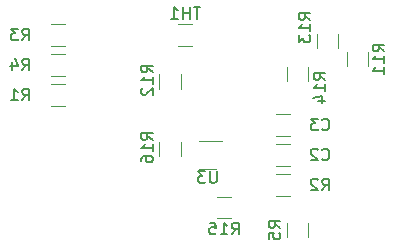
<source format=gbr>
G04 #@! TF.GenerationSoftware,KiCad,Pcbnew,(5.1.5)-3*
G04 #@! TF.CreationDate,2020-03-14T15:22:24+01:00*
G04 #@! TF.ProjectId,SesnorBoard,5365736e-6f72-4426-9f61-72642e6b6963,rev?*
G04 #@! TF.SameCoordinates,Original*
G04 #@! TF.FileFunction,Legend,Bot*
G04 #@! TF.FilePolarity,Positive*
%FSLAX46Y46*%
G04 Gerber Fmt 4.6, Leading zero omitted, Abs format (unit mm)*
G04 Created by KiCad (PCBNEW (5.1.5)-3) date 2020-03-14 15:22:24*
%MOMM*%
%LPD*%
G04 APERTURE LIST*
%ADD10C,0.120000*%
%ADD11C,0.150000*%
G04 APERTURE END LIST*
D10*
X72357064Y299445000D02*
X71152936Y299445000D01*
X72357064Y301265000D02*
X71152936Y301265000D01*
X71152936Y298725000D02*
X72357064Y298725000D01*
X71152936Y296905000D02*
X72357064Y296905000D01*
X61320000Y297717936D02*
X61320000Y298922064D01*
X63140000Y297717936D02*
X63140000Y298922064D01*
X72357064Y294365000D02*
X71152936Y294365000D01*
X72357064Y296185000D02*
X71152936Y296185000D01*
X66202936Y294280000D02*
X67407064Y294280000D01*
X66202936Y292460000D02*
X67407064Y292460000D01*
X72115000Y304067936D02*
X72115000Y305272064D01*
X73935000Y304067936D02*
X73935000Y305272064D01*
X74655000Y306867936D02*
X74655000Y308072064D01*
X76475000Y306867936D02*
X76475000Y308072064D01*
X63140000Y304637064D02*
X63140000Y303432936D01*
X61320000Y304637064D02*
X61320000Y303432936D01*
X77195000Y305337936D02*
X77195000Y306542064D01*
X79015000Y305337936D02*
X79015000Y306542064D01*
X73935000Y292067064D02*
X73935000Y290862936D01*
X72115000Y292067064D02*
X72115000Y290862936D01*
X53307064Y301985000D02*
X52102936Y301985000D01*
X53307064Y303805000D02*
X52102936Y303805000D01*
X66105000Y296655000D02*
X64705000Y296655000D01*
X64705000Y298975000D02*
X66605000Y298975000D01*
X53307064Y307065000D02*
X52102936Y307065000D01*
X53307064Y308885000D02*
X52102936Y308885000D01*
X53307064Y306345000D02*
X52102936Y306345000D01*
X53307064Y304525000D02*
X52102936Y304525000D01*
X64102064Y308885000D02*
X62897936Y308885000D01*
X64102064Y307065000D02*
X62897936Y307065000D01*
D11*
X75096666Y299997857D02*
X75144285Y299950238D01*
X75287142Y299902619D01*
X75382380Y299902619D01*
X75525238Y299950238D01*
X75620476Y300045476D01*
X75668095Y300140714D01*
X75715714Y300331190D01*
X75715714Y300474047D01*
X75668095Y300664523D01*
X75620476Y300759761D01*
X75525238Y300855000D01*
X75382380Y300902619D01*
X75287142Y300902619D01*
X75144285Y300855000D01*
X75096666Y300807380D01*
X74763333Y300902619D02*
X74144285Y300902619D01*
X74477619Y300521666D01*
X74334761Y300521666D01*
X74239523Y300474047D01*
X74191904Y300426428D01*
X74144285Y300331190D01*
X74144285Y300093095D01*
X74191904Y299997857D01*
X74239523Y299950238D01*
X74334761Y299902619D01*
X74620476Y299902619D01*
X74715714Y299950238D01*
X74763333Y299997857D01*
X75096666Y294822619D02*
X75430000Y295298809D01*
X75668095Y294822619D02*
X75668095Y295822619D01*
X75287142Y295822619D01*
X75191904Y295775000D01*
X75144285Y295727380D01*
X75096666Y295632142D01*
X75096666Y295489285D01*
X75144285Y295394047D01*
X75191904Y295346428D01*
X75287142Y295298809D01*
X75668095Y295298809D01*
X74715714Y295727380D02*
X74668095Y295775000D01*
X74572857Y295822619D01*
X74334761Y295822619D01*
X74239523Y295775000D01*
X74191904Y295727380D01*
X74144285Y295632142D01*
X74144285Y295536904D01*
X74191904Y295394047D01*
X74763333Y294822619D01*
X74144285Y294822619D01*
X60777380Y299092857D02*
X60301190Y299426190D01*
X60777380Y299664285D02*
X59777380Y299664285D01*
X59777380Y299283333D01*
X59825000Y299188095D01*
X59872619Y299140476D01*
X59967857Y299092857D01*
X60110714Y299092857D01*
X60205952Y299140476D01*
X60253571Y299188095D01*
X60301190Y299283333D01*
X60301190Y299664285D01*
X60777380Y298140476D02*
X60777380Y298711904D01*
X60777380Y298426190D02*
X59777380Y298426190D01*
X59920238Y298521428D01*
X60015476Y298616666D01*
X60063095Y298711904D01*
X59777380Y297283333D02*
X59777380Y297473809D01*
X59825000Y297569047D01*
X59872619Y297616666D01*
X60015476Y297711904D01*
X60205952Y297759523D01*
X60586904Y297759523D01*
X60682142Y297711904D01*
X60729761Y297664285D01*
X60777380Y297569047D01*
X60777380Y297378571D01*
X60729761Y297283333D01*
X60682142Y297235714D01*
X60586904Y297188095D01*
X60348809Y297188095D01*
X60253571Y297235714D01*
X60205952Y297283333D01*
X60158333Y297378571D01*
X60158333Y297569047D01*
X60205952Y297664285D01*
X60253571Y297711904D01*
X60348809Y297759523D01*
X75096666Y297457857D02*
X75144285Y297410238D01*
X75287142Y297362619D01*
X75382380Y297362619D01*
X75525238Y297410238D01*
X75620476Y297505476D01*
X75668095Y297600714D01*
X75715714Y297791190D01*
X75715714Y297934047D01*
X75668095Y298124523D01*
X75620476Y298219761D01*
X75525238Y298315000D01*
X75382380Y298362619D01*
X75287142Y298362619D01*
X75144285Y298315000D01*
X75096666Y298267380D01*
X74715714Y298267380D02*
X74668095Y298315000D01*
X74572857Y298362619D01*
X74334761Y298362619D01*
X74239523Y298315000D01*
X74191904Y298267380D01*
X74144285Y298172142D01*
X74144285Y298076904D01*
X74191904Y297934047D01*
X74763333Y297362619D01*
X74144285Y297362619D01*
X67447857Y291097619D02*
X67781190Y291573809D01*
X68019285Y291097619D02*
X68019285Y292097619D01*
X67638333Y292097619D01*
X67543095Y292050000D01*
X67495476Y292002380D01*
X67447857Y291907142D01*
X67447857Y291764285D01*
X67495476Y291669047D01*
X67543095Y291621428D01*
X67638333Y291573809D01*
X68019285Y291573809D01*
X66495476Y291097619D02*
X67066904Y291097619D01*
X66781190Y291097619D02*
X66781190Y292097619D01*
X66876428Y291954761D01*
X66971666Y291859523D01*
X67066904Y291811904D01*
X65590714Y292097619D02*
X66066904Y292097619D01*
X66114523Y291621428D01*
X66066904Y291669047D01*
X65971666Y291716666D01*
X65733571Y291716666D01*
X65638333Y291669047D01*
X65590714Y291621428D01*
X65543095Y291526190D01*
X65543095Y291288095D01*
X65590714Y291192857D01*
X65638333Y291145238D01*
X65733571Y291097619D01*
X65971666Y291097619D01*
X66066904Y291145238D01*
X66114523Y291192857D01*
X75382380Y304172857D02*
X74906190Y304506190D01*
X75382380Y304744285D02*
X74382380Y304744285D01*
X74382380Y304363333D01*
X74430000Y304268095D01*
X74477619Y304220476D01*
X74572857Y304172857D01*
X74715714Y304172857D01*
X74810952Y304220476D01*
X74858571Y304268095D01*
X74906190Y304363333D01*
X74906190Y304744285D01*
X75382380Y303220476D02*
X75382380Y303791904D01*
X75382380Y303506190D02*
X74382380Y303506190D01*
X74525238Y303601428D01*
X74620476Y303696666D01*
X74668095Y303791904D01*
X74715714Y302363333D02*
X75382380Y302363333D01*
X74334761Y302601428D02*
X75049047Y302839523D01*
X75049047Y302220476D01*
X74112380Y309252857D02*
X73636190Y309586190D01*
X74112380Y309824285D02*
X73112380Y309824285D01*
X73112380Y309443333D01*
X73160000Y309348095D01*
X73207619Y309300476D01*
X73302857Y309252857D01*
X73445714Y309252857D01*
X73540952Y309300476D01*
X73588571Y309348095D01*
X73636190Y309443333D01*
X73636190Y309824285D01*
X74112380Y308300476D02*
X74112380Y308871904D01*
X74112380Y308586190D02*
X73112380Y308586190D01*
X73255238Y308681428D01*
X73350476Y308776666D01*
X73398095Y308871904D01*
X73112380Y307967142D02*
X73112380Y307348095D01*
X73493333Y307681428D01*
X73493333Y307538571D01*
X73540952Y307443333D01*
X73588571Y307395714D01*
X73683809Y307348095D01*
X73921904Y307348095D01*
X74017142Y307395714D01*
X74064761Y307443333D01*
X74112380Y307538571D01*
X74112380Y307824285D01*
X74064761Y307919523D01*
X74017142Y307967142D01*
X60777380Y304807857D02*
X60301190Y305141190D01*
X60777380Y305379285D02*
X59777380Y305379285D01*
X59777380Y304998333D01*
X59825000Y304903095D01*
X59872619Y304855476D01*
X59967857Y304807857D01*
X60110714Y304807857D01*
X60205952Y304855476D01*
X60253571Y304903095D01*
X60301190Y304998333D01*
X60301190Y305379285D01*
X60777380Y303855476D02*
X60777380Y304426904D01*
X60777380Y304141190D02*
X59777380Y304141190D01*
X59920238Y304236428D01*
X60015476Y304331666D01*
X60063095Y304426904D01*
X59872619Y303474523D02*
X59825000Y303426904D01*
X59777380Y303331666D01*
X59777380Y303093571D01*
X59825000Y302998333D01*
X59872619Y302950714D01*
X59967857Y302903095D01*
X60063095Y302903095D01*
X60205952Y302950714D01*
X60777380Y303522142D01*
X60777380Y302903095D01*
X80377380Y306582857D02*
X79901190Y306916190D01*
X80377380Y307154285D02*
X79377380Y307154285D01*
X79377380Y306773333D01*
X79425000Y306678095D01*
X79472619Y306630476D01*
X79567857Y306582857D01*
X79710714Y306582857D01*
X79805952Y306630476D01*
X79853571Y306678095D01*
X79901190Y306773333D01*
X79901190Y307154285D01*
X80377380Y305630476D02*
X80377380Y306201904D01*
X80377380Y305916190D02*
X79377380Y305916190D01*
X79520238Y306011428D01*
X79615476Y306106666D01*
X79663095Y306201904D01*
X80377380Y304678095D02*
X80377380Y305249523D01*
X80377380Y304963809D02*
X79377380Y304963809D01*
X79520238Y305059047D01*
X79615476Y305154285D01*
X79663095Y305249523D01*
X71572380Y291631666D02*
X71096190Y291965000D01*
X71572380Y292203095D02*
X70572380Y292203095D01*
X70572380Y291822142D01*
X70620000Y291726904D01*
X70667619Y291679285D01*
X70762857Y291631666D01*
X70905714Y291631666D01*
X71000952Y291679285D01*
X71048571Y291726904D01*
X71096190Y291822142D01*
X71096190Y292203095D01*
X70572380Y290726904D02*
X70572380Y291203095D01*
X71048571Y291250714D01*
X71000952Y291203095D01*
X70953333Y291107857D01*
X70953333Y290869761D01*
X71000952Y290774523D01*
X71048571Y290726904D01*
X71143809Y290679285D01*
X71381904Y290679285D01*
X71477142Y290726904D01*
X71524761Y290774523D01*
X71572380Y290869761D01*
X71572380Y291107857D01*
X71524761Y291203095D01*
X71477142Y291250714D01*
X49696666Y302442619D02*
X50030000Y302918809D01*
X50268095Y302442619D02*
X50268095Y303442619D01*
X49887142Y303442619D01*
X49791904Y303395000D01*
X49744285Y303347380D01*
X49696666Y303252142D01*
X49696666Y303109285D01*
X49744285Y303014047D01*
X49791904Y302966428D01*
X49887142Y302918809D01*
X50268095Y302918809D01*
X48744285Y302442619D02*
X49315714Y302442619D01*
X49030000Y302442619D02*
X49030000Y303442619D01*
X49125238Y303299761D01*
X49220476Y303204523D01*
X49315714Y303156904D01*
X66166904Y296457619D02*
X66166904Y295648095D01*
X66119285Y295552857D01*
X66071666Y295505238D01*
X65976428Y295457619D01*
X65785952Y295457619D01*
X65690714Y295505238D01*
X65643095Y295552857D01*
X65595476Y295648095D01*
X65595476Y296457619D01*
X65214523Y296457619D02*
X64595476Y296457619D01*
X64928809Y296076666D01*
X64785952Y296076666D01*
X64690714Y296029047D01*
X64643095Y295981428D01*
X64595476Y295886190D01*
X64595476Y295648095D01*
X64643095Y295552857D01*
X64690714Y295505238D01*
X64785952Y295457619D01*
X65071666Y295457619D01*
X65166904Y295505238D01*
X65214523Y295552857D01*
X49696666Y307522619D02*
X50030000Y307998809D01*
X50268095Y307522619D02*
X50268095Y308522619D01*
X49887142Y308522619D01*
X49791904Y308475000D01*
X49744285Y308427380D01*
X49696666Y308332142D01*
X49696666Y308189285D01*
X49744285Y308094047D01*
X49791904Y308046428D01*
X49887142Y307998809D01*
X50268095Y307998809D01*
X49363333Y308522619D02*
X48744285Y308522619D01*
X49077619Y308141666D01*
X48934761Y308141666D01*
X48839523Y308094047D01*
X48791904Y308046428D01*
X48744285Y307951190D01*
X48744285Y307713095D01*
X48791904Y307617857D01*
X48839523Y307570238D01*
X48934761Y307522619D01*
X49220476Y307522619D01*
X49315714Y307570238D01*
X49363333Y307617857D01*
X49696666Y304982619D02*
X50030000Y305458809D01*
X50268095Y304982619D02*
X50268095Y305982619D01*
X49887142Y305982619D01*
X49791904Y305935000D01*
X49744285Y305887380D01*
X49696666Y305792142D01*
X49696666Y305649285D01*
X49744285Y305554047D01*
X49791904Y305506428D01*
X49887142Y305458809D01*
X50268095Y305458809D01*
X48839523Y305649285D02*
X48839523Y304982619D01*
X49077619Y306030238D02*
X49315714Y305315952D01*
X48696666Y305315952D01*
X64785714Y310342619D02*
X64214285Y310342619D01*
X64500000Y309342619D02*
X64500000Y310342619D01*
X63880952Y309342619D02*
X63880952Y310342619D01*
X63880952Y309866428D02*
X63309523Y309866428D01*
X63309523Y309342619D02*
X63309523Y310342619D01*
X62309523Y309342619D02*
X62880952Y309342619D01*
X62595238Y309342619D02*
X62595238Y310342619D01*
X62690476Y310199761D01*
X62785714Y310104523D01*
X62880952Y310056904D01*
M02*

</source>
